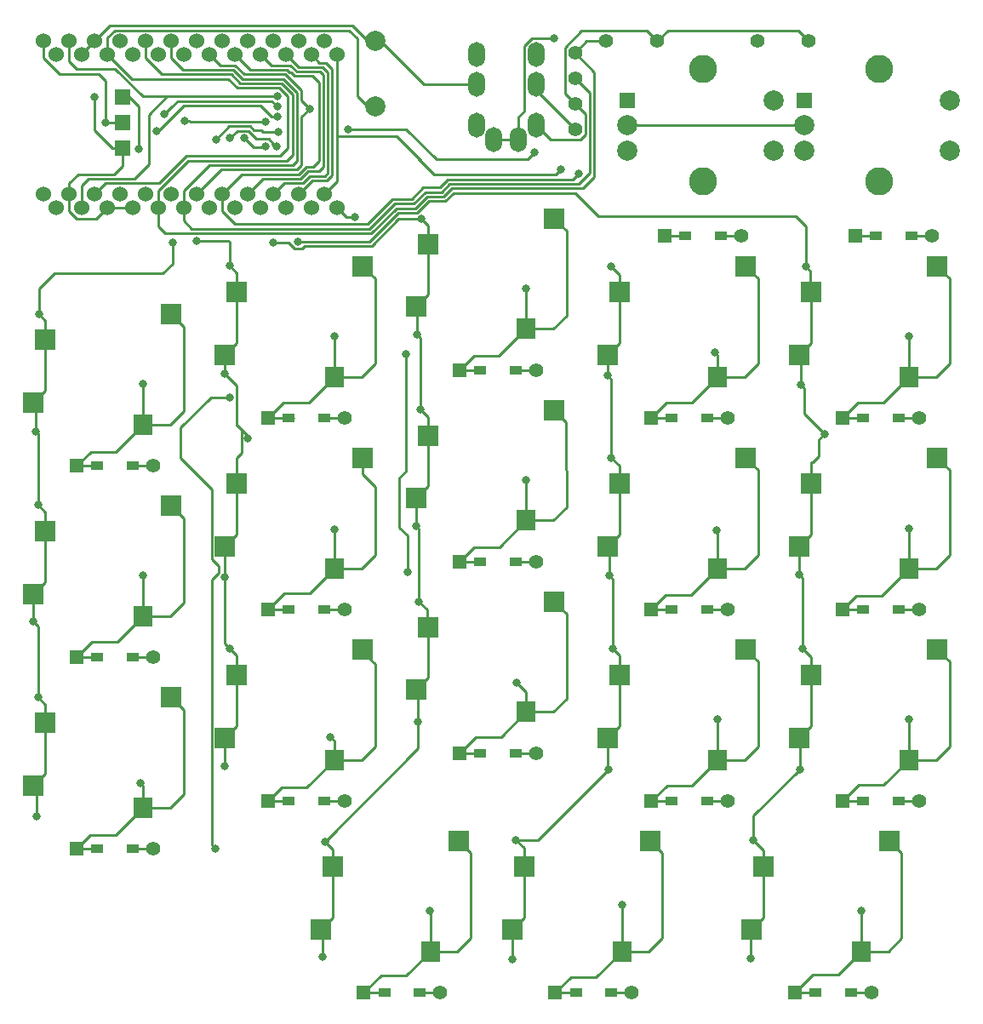
<source format=gbr>
G04 #@! TF.GenerationSoftware,KiCad,Pcbnew,(5.1.6-0-10_14)*
G04 #@! TF.CreationDate,2022-10-29T14:19:20+09:00*
G04 #@! TF.ProjectId,cool536v130,636f6f6c-3533-4367-9631-33302e6b6963,rev?*
G04 #@! TF.SameCoordinates,Original*
G04 #@! TF.FileFunction,Copper,L2,Bot*
G04 #@! TF.FilePolarity,Positive*
%FSLAX46Y46*%
G04 Gerber Fmt 4.6, Leading zero omitted, Abs format (unit mm)*
G04 Created by KiCad (PCBNEW (5.1.6-0-10_14)) date 2022-10-29 14:19:20*
%MOMM*%
%LPD*%
G01*
G04 APERTURE LIST*
G04 #@! TA.AperFunction,SMDPad,CuDef*
%ADD10R,2.000000X2.000000*%
G04 #@! TD*
G04 #@! TA.AperFunction,SMDPad,CuDef*
%ADD11R,1.900000X2.000000*%
G04 #@! TD*
G04 #@! TA.AperFunction,ComponentPad*
%ADD12C,2.000000*%
G04 #@! TD*
G04 #@! TA.AperFunction,SMDPad,CuDef*
%ADD13R,1.300000X0.950000*%
G04 #@! TD*
G04 #@! TA.AperFunction,ComponentPad*
%ADD14C,1.397000*%
G04 #@! TD*
G04 #@! TA.AperFunction,ComponentPad*
%ADD15R,1.397000X1.397000*%
G04 #@! TD*
G04 #@! TA.AperFunction,ComponentPad*
%ADD16O,1.700000X2.500000*%
G04 #@! TD*
G04 #@! TA.AperFunction,ComponentPad*
%ADD17C,1.524000*%
G04 #@! TD*
G04 #@! TA.AperFunction,ComponentPad*
%ADD18R,1.500000X1.500000*%
G04 #@! TD*
G04 #@! TA.AperFunction,ComponentPad*
%ADD19C,2.800000*%
G04 #@! TD*
G04 #@! TA.AperFunction,SMDPad,CuDef*
%ADD20R,1.524000X1.524000*%
G04 #@! TD*
G04 #@! TA.AperFunction,ViaPad*
%ADD21C,0.800000*%
G04 #@! TD*
G04 #@! TA.AperFunction,Conductor*
%ADD22C,0.250000*%
G04 #@! TD*
G04 APERTURE END LIST*
D10*
X93250000Y-91790000D03*
X80750000Y-94330000D03*
D11*
X90450000Y-102770000D03*
D10*
X79550000Y-100570000D03*
X41450000Y-91045000D03*
D11*
X52350000Y-93245000D03*
D10*
X42650000Y-84805000D03*
X55150000Y-82265000D03*
X89075000Y-124382500D03*
D11*
X99975000Y-126582500D03*
D10*
X90275000Y-118142500D03*
X102775000Y-115602500D03*
D12*
X75460000Y-36040000D03*
X75460000Y-42540000D03*
D10*
X74200000Y-77502500D03*
X61700000Y-80042500D03*
D11*
X71400000Y-88482500D03*
D10*
X60500000Y-86282500D03*
D13*
X70375000Y-73532499D03*
D14*
X72410000Y-73532499D03*
D15*
X64790000Y-73532499D03*
D13*
X66825000Y-73532499D03*
X122763000Y-130682500D03*
D14*
X124798000Y-130682500D03*
D15*
X117178000Y-130682500D03*
D13*
X119213000Y-130682500D03*
D14*
X111830000Y-55420000D03*
D15*
X104210000Y-55420000D03*
D13*
X106245000Y-55420000D03*
X109795000Y-55420000D03*
X127525000Y-73532499D03*
D14*
X129560000Y-73532499D03*
D15*
X121940000Y-73532499D03*
D13*
X123975000Y-73532499D03*
D16*
X87250000Y-45870000D03*
X91450000Y-44370000D03*
X91450000Y-40370000D03*
X91450000Y-37370000D03*
X85500000Y-40370000D03*
X85500000Y-37370000D03*
X89700000Y-45870000D03*
X85500000Y-44370000D03*
D10*
X60500000Y-105332500D03*
D11*
X71400000Y-107532500D03*
D10*
X61700000Y-99092500D03*
X74200000Y-96552500D03*
X112300000Y-96552500D03*
X99800000Y-99092500D03*
D11*
X109500000Y-107532500D03*
D10*
X98600000Y-105332500D03*
D14*
X95330000Y-44820000D03*
X95330000Y-42280000D03*
X95330000Y-39740000D03*
X95330000Y-37200000D03*
D17*
X43692000Y-37360000D03*
X46232000Y-37360000D03*
X48772000Y-37360000D03*
X51312000Y-37360000D03*
X53852000Y-37360000D03*
X56392000Y-37360000D03*
X58932000Y-37360000D03*
X61472000Y-37360000D03*
X64012000Y-37360000D03*
X66552000Y-37360000D03*
X69092000Y-37360000D03*
X71632000Y-37360000D03*
X71632000Y-52600000D03*
X69092000Y-52600000D03*
X66552000Y-52600000D03*
X64012000Y-52600000D03*
X61472000Y-52600000D03*
X58932000Y-52600000D03*
X56392000Y-52600000D03*
X53852000Y-52600000D03*
X51312000Y-52600000D03*
X48772000Y-52600000D03*
X46232000Y-52600000D03*
X43692000Y-52600000D03*
X42422000Y-36053600D03*
X44962000Y-36053600D03*
X47502000Y-36053600D03*
X50042000Y-36053600D03*
X52582000Y-36053600D03*
X55122000Y-36053600D03*
X57662000Y-36053600D03*
X60202000Y-36053600D03*
X62742000Y-36053600D03*
X65282000Y-36053600D03*
X67822000Y-36053600D03*
X70362000Y-36053600D03*
X70362000Y-51273600D03*
X67822000Y-51273600D03*
X65282000Y-51273600D03*
X62742000Y-51273600D03*
X60202000Y-51273600D03*
X57662000Y-51273600D03*
X55122000Y-51273600D03*
X52582000Y-51273600D03*
X50042000Y-51273600D03*
X47502000Y-51273600D03*
X44962000Y-51273600D03*
X42422000Y-51273600D03*
D13*
X51325000Y-78295000D03*
D14*
X53360000Y-78295000D03*
D15*
X45740000Y-78295000D03*
D13*
X47775000Y-78295000D03*
D10*
X126588000Y-115602500D03*
X114088000Y-118142500D03*
D11*
X123788000Y-126582500D03*
D10*
X112888000Y-124382500D03*
X131350000Y-58452499D03*
X118850000Y-60992499D03*
D11*
X128550000Y-69432499D03*
D10*
X117650000Y-67232499D03*
D18*
X100560000Y-41910000D03*
D12*
X100560000Y-44410000D03*
X100560000Y-46910000D03*
D19*
X108060000Y-38810000D03*
X108060000Y-50010000D03*
D12*
X115060000Y-41910000D03*
X115060000Y-46910000D03*
D10*
X98600000Y-67232499D03*
D11*
X109500000Y-69432499D03*
D10*
X99800000Y-60992499D03*
X112300000Y-58452499D03*
X41450000Y-71995000D03*
D11*
X52350000Y-74195000D03*
D10*
X42650000Y-65755000D03*
X55150000Y-63215000D03*
D13*
X98950000Y-130682500D03*
D14*
X100985000Y-130682500D03*
D15*
X93365000Y-130682500D03*
D13*
X95400000Y-130682500D03*
D10*
X112300000Y-77502500D03*
X99800000Y-80042500D03*
D11*
X109500000Y-88482500D03*
D10*
X98600000Y-86282500D03*
D13*
X89425000Y-87820000D03*
D14*
X91460000Y-87820000D03*
D15*
X83840000Y-87820000D03*
D13*
X85875000Y-87820000D03*
X79900000Y-130682500D03*
D14*
X81935000Y-130682500D03*
D15*
X74315000Y-130682500D03*
D13*
X76350000Y-130682500D03*
D10*
X60500000Y-67232499D03*
D11*
X71400000Y-69432499D03*
D10*
X61700000Y-60992499D03*
X74200000Y-58452499D03*
X55150000Y-101315000D03*
X42650000Y-103855000D03*
D11*
X52350000Y-112295000D03*
D10*
X41450000Y-110095000D03*
D13*
X127525000Y-111632500D03*
D14*
X129560000Y-111632500D03*
D15*
X121940000Y-111632500D03*
D13*
X123975000Y-111632500D03*
D10*
X93250000Y-72740000D03*
X80750000Y-75280000D03*
D11*
X90450000Y-83720000D03*
D10*
X79550000Y-81520000D03*
D13*
X108475000Y-111632500D03*
D14*
X110510000Y-111632500D03*
D15*
X102890000Y-111632500D03*
D13*
X104925000Y-111632500D03*
D18*
X118090000Y-41910000D03*
D12*
X118090000Y-44410000D03*
X118090000Y-46910000D03*
D19*
X125590000Y-38810000D03*
X125590000Y-50010000D03*
D12*
X132590000Y-41910000D03*
X132590000Y-46910000D03*
D10*
X131350000Y-77502500D03*
X118850000Y-80042500D03*
D11*
X128550000Y-88482500D03*
D10*
X117650000Y-86282500D03*
D13*
X70375000Y-92582500D03*
D14*
X72410000Y-92582500D03*
D15*
X64790000Y-92582500D03*
D13*
X66825000Y-92582500D03*
D10*
X70025000Y-124382500D03*
D11*
X80925000Y-126582500D03*
D10*
X71225000Y-118142500D03*
X83725000Y-115602500D03*
X131350000Y-96552500D03*
X118850000Y-99092500D03*
D11*
X128550000Y-107532500D03*
D10*
X117650000Y-105332500D03*
D13*
X51325000Y-116395000D03*
D14*
X53360000Y-116395000D03*
D15*
X45740000Y-116395000D03*
D13*
X47775000Y-116395000D03*
D20*
X50300000Y-46680000D03*
X50300000Y-44140000D03*
X50300000Y-41600000D03*
D13*
X89425000Y-68770000D03*
D14*
X91460000Y-68770000D03*
D15*
X83840000Y-68770000D03*
D13*
X85875000Y-68770000D03*
X108475000Y-73532499D03*
D14*
X110510000Y-73532499D03*
D15*
X102890000Y-73532499D03*
D13*
X104925000Y-73532499D03*
X51325000Y-97345000D03*
D14*
X53360000Y-97345000D03*
D15*
X45740000Y-97345000D03*
D13*
X47775000Y-97345000D03*
X70375000Y-111632500D03*
D14*
X72410000Y-111632500D03*
D15*
X64790000Y-111632500D03*
D13*
X66825000Y-111632500D03*
X89425000Y-106870000D03*
D14*
X91460000Y-106870000D03*
D15*
X83840000Y-106870000D03*
D13*
X85875000Y-106870000D03*
D10*
X79550000Y-62470000D03*
D11*
X90450000Y-64670000D03*
D10*
X80750000Y-56230000D03*
X93250000Y-53690000D03*
D13*
X108475000Y-92582500D03*
D14*
X110510000Y-92582500D03*
D15*
X102890000Y-92582500D03*
D13*
X104925000Y-92582500D03*
X127525000Y-92582500D03*
D14*
X129560000Y-92582500D03*
D15*
X121940000Y-92582500D03*
D13*
X123975000Y-92582500D03*
D14*
X130870000Y-55400000D03*
D15*
X123250000Y-55400000D03*
D13*
X125285000Y-55400000D03*
X128835000Y-55400000D03*
D14*
X98440000Y-36050000D03*
X103520000Y-36050000D03*
X118550000Y-36040000D03*
X113470000Y-36040000D03*
D21*
X52350001Y-70169999D03*
X71387498Y-65407498D03*
X90475001Y-60644999D03*
X109240000Y-67020000D03*
X128577498Y-65407498D03*
X52309999Y-89219999D03*
X71400000Y-84650000D03*
X90474999Y-79694999D03*
X109425000Y-84695000D03*
X128550000Y-84490000D03*
X52101999Y-109841999D03*
X70995749Y-105235749D03*
X89515000Y-99815000D03*
X109467499Y-103507499D03*
X128527499Y-103507499D03*
X80917499Y-122557499D03*
X99987501Y-121957501D03*
X123767499Y-122557499D03*
X73450000Y-53534990D03*
X78643501Y-88843501D03*
X78500000Y-67200000D03*
X60970000Y-71460000D03*
X59525000Y-116395000D03*
X95667158Y-49202842D03*
X65700102Y-43535359D03*
X51940000Y-46730000D03*
X53700000Y-44970000D03*
X47520000Y-41600000D03*
X65745552Y-41536497D03*
X48600000Y-44170000D03*
X93270000Y-35760000D03*
X72770000Y-44780000D03*
X91280000Y-47094980D03*
X64520000Y-44020000D03*
X56490000Y-43990000D03*
X59590000Y-45800000D03*
X65835858Y-45054142D03*
X55300000Y-56060000D03*
X54470000Y-43266990D03*
X41940000Y-101330000D03*
X41390000Y-93730000D03*
X41700000Y-74880000D03*
X41900000Y-82150000D03*
X42000000Y-63210000D03*
X41730000Y-113190000D03*
X65697833Y-42535360D03*
X65630000Y-46540000D03*
X60990000Y-45695000D03*
X62380000Y-45695000D03*
X64520000Y-46500000D03*
X60490000Y-69080000D03*
X62780000Y-75530000D03*
X60950000Y-58380000D03*
X57710000Y-55885010D03*
X60510000Y-108180000D03*
X60980000Y-96430000D03*
X68910000Y-42780000D03*
X60510000Y-89360000D03*
X65280000Y-56100000D03*
X79810000Y-91790000D03*
X70220000Y-127080000D03*
X79550000Y-84250000D03*
X70450000Y-115660000D03*
X79700000Y-103740000D03*
X80070000Y-53740000D03*
X79910000Y-72670000D03*
X79610000Y-65240000D03*
X117750000Y-70210000D03*
X67790000Y-55960000D03*
X117620000Y-89120000D03*
X113070000Y-115480000D03*
X117670000Y-108450000D03*
X118262499Y-58452499D03*
X117960000Y-96450000D03*
X112830000Y-127280000D03*
X120140000Y-75100000D03*
X89050000Y-127360000D03*
X98900000Y-58420000D03*
X98590000Y-69330000D03*
X98640000Y-108520000D03*
X98952500Y-77502500D03*
X98710000Y-89200000D03*
X93905000Y-48815000D03*
X89470000Y-115510000D03*
X99100000Y-96470000D03*
D22*
X52350000Y-74195000D02*
X49665000Y-76880000D01*
X47155000Y-76880000D02*
X45740000Y-78295000D01*
X49665000Y-76880000D02*
X47155000Y-76880000D01*
X45740000Y-78295000D02*
X47775000Y-78295000D01*
X52350001Y-72944999D02*
X52350001Y-70169999D01*
X55051002Y-74195000D02*
X56375001Y-72871001D01*
X56375001Y-72871001D02*
X56375001Y-64440001D01*
X52350000Y-74195000D02*
X52350001Y-72944999D01*
X52350000Y-74195000D02*
X55051002Y-74195000D01*
X56375001Y-64440001D02*
X55150000Y-63215000D01*
X64790000Y-73532499D02*
X67337501Y-73532499D01*
X71400000Y-65420000D02*
X71387498Y-65407498D01*
X71400000Y-69432499D02*
X68862499Y-71970000D01*
X74200000Y-58452499D02*
X75425001Y-59677500D01*
X71400000Y-69432499D02*
X71400000Y-65420000D01*
X75425001Y-59677500D02*
X75425001Y-68108500D01*
X75425001Y-68108500D02*
X74101002Y-69432499D01*
X74101002Y-69432499D02*
X71400000Y-69432499D01*
X68862499Y-71970000D02*
X66352499Y-71970000D01*
X66352499Y-71970000D02*
X64790000Y-73532499D01*
X87760000Y-67360000D02*
X85250000Y-67360000D01*
X90450000Y-60670000D02*
X90475001Y-60644999D01*
X93151002Y-64670000D02*
X90450000Y-64670000D01*
X93250000Y-53690000D02*
X94475001Y-54915001D01*
X83840000Y-68770000D02*
X85875000Y-68770000D01*
X94475001Y-54915001D02*
X94475001Y-63346001D01*
X90450000Y-64670000D02*
X87760000Y-67360000D01*
X94475001Y-63346001D02*
X93151002Y-64670000D01*
X90450000Y-64670000D02*
X90450000Y-60670000D01*
X85250000Y-67360000D02*
X83840000Y-68770000D01*
X109500000Y-69432499D02*
X109500000Y-67280000D01*
X106942499Y-71990000D02*
X104432499Y-71990000D01*
X112300000Y-58452499D02*
X113525001Y-59677500D01*
X112201002Y-69432499D02*
X109500000Y-69432499D01*
X104432499Y-71990000D02*
X102890000Y-73532499D01*
X109500000Y-69432499D02*
X106942499Y-71990000D01*
X109500000Y-67280000D02*
X109240000Y-67020000D01*
X113525001Y-68108500D02*
X112201002Y-69432499D01*
X102890000Y-73532499D02*
X104925000Y-73532499D01*
X113525001Y-59677500D02*
X113525001Y-68108500D01*
X125972499Y-72010000D02*
X123462499Y-72010000D01*
X131350000Y-58452499D02*
X132575001Y-59677500D01*
X131251002Y-69432499D02*
X128550000Y-69432499D01*
X132575001Y-59677500D02*
X132575001Y-68108500D01*
X121940000Y-73532499D02*
X123975000Y-73532499D01*
X132575001Y-68108500D02*
X131251002Y-69432499D01*
X123462499Y-72010000D02*
X121940000Y-73532499D01*
X128550000Y-69432499D02*
X125972499Y-72010000D01*
X128550000Y-65434996D02*
X128577498Y-65407498D01*
X128550000Y-69432499D02*
X128550000Y-65434996D01*
X49775000Y-95820000D02*
X47265000Y-95820000D01*
X55051002Y-93245000D02*
X52350000Y-93245000D01*
X56375001Y-91921001D02*
X55051002Y-93245000D01*
X52350000Y-89260000D02*
X52309999Y-89219999D01*
X45740000Y-97345000D02*
X47775000Y-97345000D01*
X47265000Y-95820000D02*
X45740000Y-97345000D01*
X55150000Y-82265000D02*
X56375001Y-83490001D01*
X52350000Y-93245000D02*
X52350000Y-89260000D01*
X52350000Y-93245000D02*
X49775000Y-95820000D01*
X56375001Y-83490001D02*
X56375001Y-91921001D01*
X74101002Y-88482500D02*
X71400000Y-88482500D01*
X74200000Y-79131498D02*
X75425001Y-80356499D01*
X75425001Y-80356499D02*
X75425001Y-87158501D01*
X75425001Y-87158501D02*
X74101002Y-88482500D01*
X71400000Y-88482500D02*
X68902500Y-90980000D01*
X68902500Y-90980000D02*
X66392500Y-90980000D01*
X66392500Y-90980000D02*
X64790000Y-92582500D01*
X74200000Y-77502500D02*
X74200000Y-79131498D01*
X64790000Y-92582500D02*
X66825000Y-92582500D01*
X71400000Y-88482500D02*
X71400000Y-84650000D01*
X90450000Y-83720000D02*
X90450000Y-79719998D01*
X90450000Y-79719998D02*
X90474999Y-79694999D01*
X93250000Y-72740000D02*
X94425001Y-73915001D01*
X94425001Y-73915001D02*
X94425001Y-78704999D01*
X94475001Y-78754999D02*
X94475001Y-82396001D01*
X94425001Y-78704999D02*
X94475001Y-78754999D01*
X94475001Y-82396001D02*
X93151002Y-83720000D01*
X93151002Y-83720000D02*
X90450000Y-83720000D01*
X90450000Y-83720000D02*
X87780000Y-86390000D01*
X83840000Y-87820000D02*
X85875000Y-87820000D01*
X85270000Y-86390000D02*
X83840000Y-87820000D01*
X87780000Y-86390000D02*
X85270000Y-86390000D01*
X102890000Y-92582500D02*
X104925000Y-92582500D01*
X109500000Y-88482500D02*
X106842500Y-91140000D01*
X109500000Y-88482500D02*
X109500000Y-84770000D01*
X104332500Y-91140000D02*
X102890000Y-92582500D01*
X113525001Y-87158501D02*
X112201002Y-88482500D01*
X112300000Y-77502500D02*
X113525001Y-78727501D01*
X113525001Y-78727501D02*
X113525001Y-87158501D01*
X112201002Y-88482500D02*
X109500000Y-88482500D01*
X109500000Y-84770000D02*
X109425000Y-84695000D01*
X106842500Y-91140000D02*
X104332500Y-91140000D01*
X123332500Y-91190000D02*
X121940000Y-92582500D01*
X128550000Y-88482500D02*
X128550000Y-84490000D01*
X125842500Y-91190000D02*
X123332500Y-91190000D01*
X132575001Y-78727501D02*
X132575001Y-87158501D01*
X131251002Y-88482500D02*
X128550000Y-88482500D01*
X131350000Y-77502500D02*
X132575001Y-78727501D01*
X132575001Y-87158501D02*
X131251002Y-88482500D01*
X128550000Y-88482500D02*
X125842500Y-91190000D01*
X121940000Y-92582500D02*
X123975000Y-92582500D01*
X55051002Y-112295000D02*
X52350000Y-112295000D01*
X52350000Y-112295000D02*
X49595000Y-115050000D01*
X56375001Y-110971001D02*
X55051002Y-112295000D01*
X45740000Y-116395000D02*
X47775000Y-116395000D01*
X49595000Y-115050000D02*
X47085000Y-115050000D01*
X56375001Y-102540001D02*
X56375001Y-110971001D01*
X52350000Y-112295000D02*
X52350000Y-110090000D01*
X52350000Y-110090000D02*
X52101999Y-109841999D01*
X55150000Y-101315000D02*
X56375001Y-102540001D01*
X47085000Y-115050000D02*
X45740000Y-116395000D01*
X75425001Y-98015001D02*
X75425001Y-106208501D01*
X74200000Y-96552500D02*
X74200000Y-96790000D01*
X75425001Y-106208501D02*
X74101002Y-107532500D01*
X64790000Y-111632500D02*
X66825000Y-111632500D01*
X74200000Y-96790000D02*
X75425001Y-98015001D01*
X74101002Y-107532500D02*
X71400000Y-107532500D01*
X71400000Y-107532500D02*
X68642500Y-110290000D01*
X68642500Y-110290000D02*
X66132500Y-110290000D01*
X66132500Y-110290000D02*
X64790000Y-111632500D01*
X71400000Y-105640000D02*
X70995749Y-105235749D01*
X71400000Y-107532500D02*
X71400000Y-105640000D01*
X93151002Y-102770000D02*
X90450000Y-102770000D01*
X93250000Y-91790000D02*
X94475001Y-93015001D01*
X90450000Y-100750000D02*
X89515000Y-99815000D01*
X90450000Y-102770000D02*
X90450000Y-100750000D01*
X94475001Y-93015001D02*
X94475001Y-101446001D01*
X85450000Y-105260000D02*
X83840000Y-106870000D01*
X90450000Y-102770000D02*
X87960000Y-105260000D01*
X83840000Y-106870000D02*
X85875000Y-106870000D01*
X87960000Y-105260000D02*
X85450000Y-105260000D01*
X94475001Y-101446001D02*
X93151002Y-102770000D01*
X109500000Y-107532500D02*
X109500000Y-103540000D01*
X109500000Y-103540000D02*
X109467499Y-103507499D01*
X102890000Y-111632500D02*
X104925000Y-111632500D01*
X109500000Y-107532500D02*
X106972500Y-110060000D01*
X112201002Y-107532500D02*
X109500000Y-107532500D01*
X112300000Y-96552500D02*
X113525001Y-97777501D01*
X113525001Y-106208501D02*
X112201002Y-107532500D01*
X113525001Y-97777501D02*
X113525001Y-106208501D01*
X104462500Y-110060000D02*
X102890000Y-111632500D01*
X106972500Y-110060000D02*
X104462500Y-110060000D01*
X128550000Y-107532500D02*
X128550000Y-103530000D01*
X128550000Y-103530000D02*
X128527499Y-103507499D01*
X128550000Y-107532500D02*
X126042500Y-110040000D01*
X121940000Y-111632500D02*
X123975000Y-111632500D01*
X123532500Y-110040000D02*
X121940000Y-111632500D01*
X132575001Y-97777501D02*
X132575001Y-106208501D01*
X132575001Y-106208501D02*
X131251002Y-107532500D01*
X126042500Y-110040000D02*
X123532500Y-110040000D01*
X131350000Y-96552500D02*
X132575001Y-97777501D01*
X131251002Y-107532500D02*
X128550000Y-107532500D01*
X80925000Y-126582500D02*
X80925000Y-122565000D01*
X80925000Y-122565000D02*
X80917499Y-122557499D01*
X80925000Y-126582500D02*
X78547500Y-128960000D01*
X78547500Y-128960000D02*
X76037500Y-128960000D01*
X83725000Y-115602500D02*
X84950001Y-116827501D01*
X83626002Y-126582500D02*
X80925000Y-126582500D01*
X84950001Y-125258501D02*
X83626002Y-126582500D01*
X84950001Y-116827501D02*
X84950001Y-125258501D01*
X74315000Y-130682500D02*
X76350000Y-130682500D01*
X76037500Y-128960000D02*
X74315000Y-130682500D01*
X99975000Y-121970002D02*
X99987501Y-121957501D01*
X99975000Y-126582500D02*
X99975000Y-121970002D01*
X94907500Y-129140000D02*
X93365000Y-130682500D01*
X99975000Y-126582500D02*
X97417500Y-129140000D01*
X97417500Y-129140000D02*
X94907500Y-129140000D01*
X102676002Y-126582500D02*
X99975000Y-126582500D01*
X104000001Y-116827501D02*
X104000001Y-125258501D01*
X104000001Y-125258501D02*
X102676002Y-126582500D01*
X102775000Y-115602500D02*
X104000001Y-116827501D01*
X93365000Y-130682500D02*
X95400000Y-130682500D01*
X123788000Y-126582500D02*
X121510500Y-128860000D01*
X127813001Y-116827501D02*
X127813001Y-125258501D01*
X127813001Y-125258501D02*
X126489002Y-126582500D01*
X126588000Y-115602500D02*
X127813001Y-116827501D01*
X126489002Y-126582500D02*
X123788000Y-126582500D01*
X123788000Y-122578000D02*
X123767499Y-122557499D01*
X123788000Y-126582500D02*
X123788000Y-122578000D01*
X121510500Y-128860000D02*
X119000500Y-128860000D01*
X119000500Y-128860000D02*
X117178000Y-130682500D01*
X117178000Y-130682500D02*
X119213000Y-130682500D01*
X106245000Y-55420000D02*
X104210000Y-55420000D01*
X125285000Y-55400000D02*
X123250000Y-55400000D01*
X75460000Y-42540000D02*
X74670000Y-42540000D01*
X48772000Y-35714838D02*
X48772000Y-37360000D01*
X49520239Y-34966599D02*
X48772000Y-35714838D01*
X60847031Y-39797031D02*
X51209030Y-39797030D01*
X66761920Y-41527560D02*
X65931409Y-40697049D01*
X53963829Y-50186599D02*
X56663889Y-47486539D01*
X47502000Y-51273600D02*
X48589001Y-50186599D01*
X48589001Y-50186599D02*
X53963829Y-50186599D01*
X66761920Y-46718080D02*
X66761920Y-41527560D01*
X56663889Y-47486539D02*
X65993461Y-47486539D01*
X61747049Y-40697049D02*
X60847031Y-39797031D01*
X65931409Y-40697049D02*
X61747049Y-40697049D01*
X51209030Y-39797030D02*
X48772000Y-37360000D01*
X65993461Y-47486539D02*
X66761920Y-46718080D01*
X72836599Y-34966599D02*
X49520239Y-34966599D01*
X73660000Y-41530000D02*
X73660000Y-35790000D01*
X73660000Y-35790000D02*
X72836599Y-34966599D01*
X74670000Y-42540000D02*
X73660000Y-41530000D01*
X89425000Y-68770000D02*
X91460000Y-68770000D01*
X108475000Y-73532499D02*
X110510000Y-73532499D01*
X70375000Y-73532499D02*
X72410000Y-73532499D01*
X127525000Y-73532499D02*
X129560000Y-73532499D01*
X73425010Y-53510000D02*
X73450000Y-53534990D01*
X72542000Y-53510000D02*
X73425010Y-53510000D01*
X51325000Y-78295000D02*
X53360000Y-78295000D01*
X71632000Y-52600000D02*
X72542000Y-53510000D01*
X51325000Y-97345000D02*
X53360000Y-97345000D01*
X78500000Y-78850000D02*
X77860000Y-79490000D01*
X77860000Y-79490000D02*
X77860000Y-84450000D01*
X127525000Y-92582500D02*
X129560000Y-92582500D01*
X70375000Y-92582500D02*
X72410000Y-92582500D01*
X108475000Y-92582500D02*
X110510000Y-92582500D01*
X89425000Y-87820000D02*
X91460000Y-87820000D01*
X78500000Y-67200000D02*
X78500000Y-78850000D01*
X77860000Y-84450000D02*
X78643501Y-85233501D01*
X78643501Y-85233501D02*
X78643501Y-88843501D01*
X70281970Y-48558030D02*
X70281970Y-39371970D01*
X68047001Y-49736589D02*
X68773600Y-49009990D01*
X70281970Y-39371970D02*
X69990009Y-39080009D01*
X68773600Y-49009990D02*
X69830010Y-49009990D01*
X69990009Y-39080009D02*
X67635598Y-39080008D01*
X67635598Y-39080008D02*
X67002591Y-38447001D01*
X64279011Y-49736589D02*
X68047001Y-49736589D01*
X67002591Y-38447001D02*
X65099001Y-38447001D01*
X62742000Y-51273600D02*
X64279011Y-49736589D01*
X65099001Y-38447001D02*
X64012000Y-37360000D01*
X69830010Y-49009990D02*
X70281970Y-48558030D01*
X59174999Y-89621999D02*
X59860000Y-88936998D01*
X108475000Y-111632500D02*
X110510000Y-111632500D01*
X59860000Y-88936998D02*
X59860000Y-88227502D01*
X59860000Y-88227502D02*
X59174999Y-87542501D01*
X59174999Y-116044999D02*
X59174999Y-89621999D01*
X59525000Y-116395000D02*
X59174999Y-116044999D01*
X59174999Y-87542501D02*
X59174999Y-80634999D01*
X59174999Y-80634999D02*
X56050000Y-77510000D01*
X59080000Y-71460000D02*
X60970000Y-71460000D01*
X56050000Y-77510000D02*
X56050000Y-74490000D01*
X56050000Y-74490000D02*
X59080000Y-71460000D01*
X89425000Y-106870000D02*
X91460000Y-106870000D01*
X51325000Y-116395000D02*
X53360000Y-116395000D01*
X70375000Y-111632500D02*
X72410000Y-111632500D01*
X127525000Y-111632500D02*
X129560000Y-111632500D01*
X60202000Y-51273600D02*
X60202000Y-52938762D01*
X77192210Y-51761380D02*
X79066388Y-51761380D01*
X74693600Y-54259990D02*
X77192210Y-51761380D01*
X61523228Y-54259990D02*
X74693600Y-54259990D01*
X60202000Y-52938762D02*
X61523228Y-54259990D01*
X98950000Y-130682500D02*
X100985000Y-130682500D01*
X95078620Y-49791380D02*
X95667158Y-49202842D01*
X82672210Y-49791380D02*
X95078620Y-49791380D01*
X81873590Y-50590000D02*
X82672210Y-49791380D01*
X80237768Y-50590000D02*
X81873590Y-50590000D01*
X79066388Y-51761380D02*
X80237768Y-50590000D01*
X69831960Y-47988040D02*
X69831960Y-40181960D01*
X67069180Y-39150000D02*
X66930000Y-39150000D01*
X68587200Y-48559980D02*
X69260020Y-48559980D01*
X69831960Y-40181960D02*
X69180018Y-39530018D01*
X111830000Y-55420000D02*
X109795000Y-55420000D01*
X67860601Y-49286579D02*
X68587200Y-48559980D01*
X63009011Y-38897011D02*
X61472000Y-37360000D01*
X60202000Y-51273600D02*
X62189021Y-49286579D01*
X122763000Y-130682500D02*
X124798000Y-130682500D01*
X69260020Y-48559980D02*
X69831960Y-47988040D01*
X130870000Y-55400000D02*
X128835000Y-55400000D01*
X67449197Y-39530017D02*
X67069180Y-39150000D01*
X69180018Y-39530018D02*
X67449197Y-39530017D01*
X79900000Y-130682500D02*
X81935000Y-130682500D01*
X66677011Y-38897011D02*
X63009011Y-38897011D01*
X62189021Y-49286579D02*
X67860601Y-49286579D01*
X66930000Y-39150000D02*
X66677011Y-38897011D01*
X87250000Y-45870000D02*
X89700000Y-45870000D01*
X85575010Y-44294990D02*
X85500000Y-44370000D01*
X92923501Y-45843501D02*
X91450000Y-44370000D01*
X95821281Y-45843501D02*
X92923501Y-45843501D01*
X53700000Y-44970000D02*
X53839992Y-44970000D01*
X53839992Y-44970000D02*
X56373475Y-42436517D01*
X50970000Y-41600000D02*
X51940000Y-42570000D01*
X64035575Y-42436517D02*
X65134417Y-43535359D01*
X56373475Y-42436517D02*
X64035575Y-42436517D01*
X51940000Y-42570000D02*
X51940000Y-46730000D01*
X65134417Y-43535359D02*
X65700102Y-43535359D01*
X50300000Y-41600000D02*
X50970000Y-41600000D01*
X96353501Y-43303501D02*
X96353501Y-45311281D01*
X96353501Y-45311281D02*
X95821281Y-45843501D01*
X95330000Y-42280000D02*
X96353501Y-43303501D01*
X117526499Y-35016499D02*
X104553501Y-35016499D01*
X104553501Y-35016499D02*
X103520000Y-36050000D01*
X118550000Y-36040000D02*
X117526499Y-35016499D01*
X94306499Y-41256499D02*
X95330000Y-42280000D01*
X95988719Y-35026499D02*
X94306499Y-36708719D01*
X102496499Y-35026499D02*
X95988719Y-35026499D01*
X94306499Y-36708719D02*
X94306499Y-41256499D01*
X103520000Y-36050000D02*
X102496499Y-35026499D01*
X91450000Y-40940000D02*
X95330000Y-44820000D01*
X75940000Y-36040000D02*
X75460000Y-36040000D01*
X80270000Y-40370000D02*
X75940000Y-36040000D01*
X91450000Y-40370000D02*
X91450000Y-40940000D01*
X73206590Y-34516590D02*
X74730000Y-36040000D01*
X85500000Y-40370000D02*
X80270000Y-40370000D01*
X74730000Y-36040000D02*
X75460000Y-36040000D01*
X44962000Y-50195970D02*
X44962000Y-51273600D01*
X47520000Y-44912000D02*
X47520000Y-41600000D01*
X47684999Y-53687001D02*
X48772000Y-52600000D01*
X48772000Y-52600000D02*
X51312000Y-52600000D01*
X50300000Y-46680000D02*
X50300000Y-48466579D01*
X47502000Y-36053600D02*
X49039010Y-34516590D01*
X46232000Y-37360000D02*
X46232000Y-37323600D01*
X49480000Y-49286579D02*
X45871391Y-49286579D01*
X44962000Y-52938762D02*
X45710239Y-53687001D01*
X45871391Y-49286579D02*
X44962000Y-50195970D01*
X50300000Y-46680000D02*
X49288000Y-46680000D01*
X73016590Y-34516590D02*
X73206590Y-34516590D01*
X118090000Y-44410000D02*
X100560000Y-44410000D01*
X44962000Y-51273600D02*
X44962000Y-52938762D01*
X46232000Y-37323600D02*
X47502000Y-36053600D01*
X49288000Y-46680000D02*
X47520000Y-44912000D01*
X45710239Y-53687001D02*
X47684999Y-53687001D01*
X50300000Y-48466579D02*
X49480000Y-49286579D01*
X49039010Y-34516590D02*
X73016590Y-34516590D01*
X49565590Y-38790000D02*
X52312087Y-41536497D01*
X46232000Y-52600000D02*
X46232000Y-50438000D01*
X44962000Y-38032000D02*
X44962000Y-36053600D01*
X52312087Y-41536497D02*
X55663503Y-41536497D01*
X45720000Y-38790000D02*
X49565590Y-38790000D01*
X55663503Y-41536497D02*
X54753503Y-41536497D01*
X45720000Y-38790000D02*
X44962000Y-38032000D01*
X65745552Y-41536497D02*
X55663503Y-41536497D01*
X52930000Y-48280000D02*
X52930000Y-43360000D01*
X52930000Y-43360000D02*
X54753503Y-41536497D01*
X51473411Y-49736589D02*
X52930000Y-48280000D01*
X46933411Y-49736589D02*
X51473411Y-49736589D01*
X46232000Y-50438000D02*
X46933411Y-49736589D01*
X50270000Y-44170000D02*
X50300000Y-44140000D01*
X48600000Y-44170000D02*
X50270000Y-44170000D01*
X42422000Y-37698762D02*
X44073238Y-39350000D01*
X42422000Y-36053600D02*
X42422000Y-37698762D01*
X44073238Y-39350000D02*
X47930000Y-39350000D01*
X48600000Y-40020000D02*
X48600000Y-44170000D01*
X47930000Y-39350000D02*
X48600000Y-40020000D01*
X80414198Y-51049980D02*
X82050020Y-51049980D01*
X77378610Y-52211390D02*
X79252788Y-52211390D01*
X95708610Y-50241390D02*
X96803511Y-49146489D01*
X56392000Y-50934838D02*
X56392000Y-52600000D01*
X82050020Y-51049980D02*
X82858610Y-50241390D01*
X67233441Y-48386559D02*
X58940279Y-48386559D01*
X67661940Y-41154760D02*
X67661940Y-47958060D01*
X56392000Y-52600000D02*
X56392000Y-53902000D01*
X55921619Y-38498381D02*
X55304999Y-37881761D01*
X55921619Y-38498381D02*
X56320249Y-38897011D01*
X96803511Y-41213511D02*
X95330000Y-39740000D01*
X67661940Y-47958060D02*
X67233441Y-48386559D01*
X55122000Y-37698762D02*
X55921619Y-38498381D01*
X79252788Y-52211390D02*
X80414198Y-51049980D01*
X74880000Y-54710000D02*
X77378610Y-52211390D01*
X82858610Y-50241390D02*
X95708610Y-50241390D01*
X56392000Y-53902000D02*
X57200000Y-54710000D01*
X57200000Y-54710000D02*
X74880000Y-54710000D01*
X96803511Y-49146489D02*
X96803511Y-41213511D01*
X62210620Y-39797030D02*
X66304211Y-39797031D01*
X66304211Y-39797031D02*
X67661940Y-41154760D01*
X58940279Y-48386559D02*
X56392000Y-50934838D01*
X56320249Y-38897011D02*
X61310601Y-38897011D01*
X61310601Y-38897011D02*
X62210620Y-39797030D01*
X55122000Y-36053600D02*
X55122000Y-37698762D01*
X53852000Y-52600000D02*
X53852000Y-54462000D01*
X79439188Y-52661400D02*
X80600598Y-51499990D01*
X96138600Y-50691400D02*
X97253520Y-49576480D01*
X62024219Y-40247039D02*
X61124201Y-39347021D01*
X54550010Y-55160010D02*
X75066400Y-55160010D01*
X80600598Y-51499990D02*
X82236420Y-51499990D01*
X67211930Y-41341160D02*
X66117810Y-40247040D01*
X67211930Y-47378070D02*
X67211930Y-41341160D01*
X52582000Y-37698762D02*
X52582000Y-36053600D01*
X54230259Y-39347021D02*
X52582000Y-37698762D01*
X53852000Y-50934838D02*
X56850289Y-47936549D01*
X53852000Y-52600000D02*
X53852000Y-50934838D01*
X53852000Y-54462000D02*
X54550010Y-55160010D01*
X97253521Y-39123521D02*
X95330000Y-37200000D01*
X82236420Y-51499990D02*
X83045010Y-50691400D01*
X83045010Y-50691400D02*
X96138600Y-50691400D01*
X66653451Y-47936549D02*
X67211930Y-47378070D01*
X66117810Y-40247040D02*
X62024219Y-40247039D01*
X97253520Y-49576480D02*
X97253521Y-39123521D01*
X56850289Y-47936549D02*
X66653451Y-47936549D01*
X77565010Y-52661400D02*
X79439188Y-52661400D01*
X61124201Y-39347021D02*
X54230259Y-39347021D01*
X75066400Y-55160010D02*
X77565010Y-52661400D01*
X96480000Y-36050000D02*
X95330000Y-37200000D01*
X98440000Y-36050000D02*
X96480000Y-36050000D01*
X90998285Y-35760000D02*
X93270000Y-35760000D01*
X90274990Y-36483295D02*
X90998285Y-35760000D01*
X90275001Y-42125999D02*
X90274990Y-42125988D01*
X89700000Y-43589002D02*
X90275001Y-43014001D01*
X90275001Y-43014001D02*
X90275001Y-42125999D01*
X90274990Y-42125988D02*
X90274990Y-36483295D01*
X89700000Y-45870000D02*
X89700000Y-43589002D01*
X56490000Y-43990000D02*
X56990000Y-43990000D01*
X78540000Y-44780000D02*
X81530000Y-47770000D01*
X91280000Y-47094980D02*
X90604980Y-47770000D01*
X72770000Y-44780000D02*
X78540000Y-44780000D01*
X64520000Y-44020000D02*
X57020000Y-44020000D01*
X90604980Y-47770000D02*
X81530000Y-47770000D01*
X56990000Y-43990000D02*
X57020000Y-44020000D01*
X60870010Y-44519990D02*
X59590000Y-45800000D01*
X63026402Y-44519990D02*
X60870010Y-44519990D01*
X65835858Y-45054142D02*
X64305858Y-45054142D01*
X63386412Y-44880000D02*
X63026402Y-44519990D01*
X64305858Y-45054142D02*
X64131716Y-44880000D01*
X64131716Y-44880000D02*
X63386412Y-44880000D01*
X41730000Y-110375000D02*
X41450000Y-110095000D01*
X41450000Y-93670000D02*
X41390000Y-93730000D01*
X55300000Y-58190000D02*
X55300000Y-56060000D01*
X65148980Y-41986507D02*
X55816507Y-41986507D01*
X55259519Y-42543495D02*
X55816507Y-41986507D01*
X42000000Y-60670000D02*
X43510000Y-59160000D01*
X41940000Y-101330000D02*
X41940000Y-94280000D01*
X55193495Y-42543495D02*
X54470000Y-43266990D01*
X41450000Y-91045000D02*
X41450000Y-93670000D01*
X41940000Y-94280000D02*
X41390000Y-93730000D01*
X65697833Y-42535360D02*
X65148980Y-41986507D01*
X41730000Y-113190000D02*
X41730000Y-110375000D01*
X42650000Y-82900000D02*
X41900000Y-82150000D01*
X54330000Y-59160000D02*
X55300000Y-58190000D01*
X55193495Y-42543495D02*
X55259519Y-42543495D01*
X42650000Y-84805000D02*
X42650000Y-82900000D01*
X41900000Y-82150000D02*
X41900000Y-75080000D01*
X41900000Y-75080000D02*
X41700000Y-74880000D01*
X42000000Y-63210000D02*
X42650000Y-63860000D01*
X42650000Y-89845000D02*
X41450000Y-91045000D01*
X42650000Y-63860000D02*
X42650000Y-65755000D01*
X43510000Y-59160000D02*
X54330000Y-59160000D01*
X41700000Y-72245000D02*
X41450000Y-71995000D01*
X42650000Y-108895000D02*
X41450000Y-110095000D01*
X41940000Y-101330000D02*
X42650000Y-102040000D01*
X42650000Y-102040000D02*
X42650000Y-103855000D01*
X42000000Y-63210000D02*
X42000000Y-60670000D01*
X42650000Y-65755000D02*
X42650000Y-70795000D01*
X42650000Y-84805000D02*
X42650000Y-89845000D01*
X41700000Y-74880000D02*
X41700000Y-72245000D01*
X42650000Y-70795000D02*
X41450000Y-71995000D01*
X42650000Y-103855000D02*
X42650000Y-108895000D01*
X62840001Y-44969999D02*
X61715001Y-44969999D01*
X65245001Y-46325001D02*
X65245001Y-46151999D01*
X63645001Y-45774999D02*
X62840001Y-44969999D01*
X64868001Y-45774999D02*
X63645001Y-45774999D01*
X65245001Y-46151999D02*
X64868001Y-45774999D01*
X65630000Y-46540000D02*
X65460000Y-46540000D01*
X61715001Y-44969999D02*
X60990000Y-45695000D01*
X65460000Y-46540000D02*
X65245001Y-46325001D01*
X64390000Y-46630000D02*
X64520000Y-46500000D01*
X63315000Y-46630000D02*
X64390000Y-46630000D01*
X62380000Y-45695000D02*
X63315000Y-46630000D01*
X61695001Y-77495001D02*
X61695001Y-77484999D01*
X61695001Y-70285001D02*
X61695001Y-74255001D01*
X60500000Y-69070000D02*
X60490000Y-69080000D01*
X61700000Y-85082500D02*
X60500000Y-86282500D01*
X61695001Y-74255001D02*
X61725001Y-74255001D01*
X62205000Y-76975000D02*
X62205000Y-74735000D01*
X61700000Y-78120000D02*
X61700000Y-80042500D01*
X61695001Y-77495001D02*
X61695001Y-78115001D01*
X61695001Y-78115001D02*
X61700000Y-78120000D01*
X62780000Y-75310000D02*
X62780000Y-75530000D01*
X62205000Y-74735000D02*
X62780000Y-75310000D01*
X61700000Y-80042500D02*
X61700000Y-85082500D01*
X61725001Y-74255001D02*
X62205000Y-74735000D01*
X60500000Y-67232499D02*
X60500000Y-69070000D01*
X61695001Y-77484999D02*
X62205000Y-76975000D01*
X60490000Y-69080000D02*
X61695001Y-70285001D01*
X60510000Y-89360000D02*
X60510000Y-95960000D01*
X61700000Y-60992499D02*
X61700000Y-66032499D01*
X57662000Y-51273600D02*
X60099031Y-48836569D01*
X61497001Y-38447001D02*
X60019001Y-38447001D01*
X60500000Y-105332500D02*
X60500000Y-108170000D01*
X62397021Y-39347021D02*
X61497001Y-38447001D01*
X68910000Y-42780000D02*
X68111950Y-43578050D01*
X60510000Y-89360000D02*
X60510000Y-86292500D01*
X61700000Y-66032499D02*
X60500000Y-67232499D01*
X61700000Y-60992499D02*
X61700000Y-59130000D01*
X60500000Y-108170000D02*
X60510000Y-108180000D01*
X60019001Y-38447001D02*
X58932000Y-37360000D01*
X60099031Y-48836569D02*
X67674201Y-48836569D01*
X60510000Y-86292500D02*
X60500000Y-86282500D01*
X68111950Y-48398820D02*
X68111950Y-43711950D01*
X60950000Y-56010000D02*
X60825010Y-55885010D01*
X60950000Y-58380000D02*
X60950000Y-56010000D01*
X61700000Y-99092500D02*
X61700000Y-104132500D01*
X68111950Y-43578050D02*
X68111950Y-43711950D01*
X60510000Y-95960000D02*
X60980000Y-96430000D01*
X67674201Y-48836569D02*
X68111950Y-48398820D01*
X68111950Y-41738050D02*
X68111950Y-40968360D01*
X68910000Y-42780000D02*
X68111950Y-41981950D01*
X60825010Y-55885010D02*
X57710000Y-55885010D01*
X61700000Y-99092500D02*
X61700000Y-97150000D01*
X68111950Y-41981950D02*
X68111950Y-41738050D01*
X61700000Y-104132500D02*
X60500000Y-105332500D01*
X61700000Y-97150000D02*
X60980000Y-96430000D01*
X66490611Y-39347021D02*
X62397021Y-39347021D01*
X68111950Y-40968360D02*
X66490611Y-39347021D01*
X61700000Y-59130000D02*
X60950000Y-58380000D01*
X42554999Y-51140601D02*
X42422000Y-51273600D01*
X65283002Y-56103002D02*
X65280000Y-56100000D01*
X79810000Y-84510000D02*
X79550000Y-84250000D01*
X79970000Y-72670000D02*
X79910000Y-72670000D01*
X80750000Y-61270000D02*
X79550000Y-62470000D01*
X79700000Y-106410000D02*
X79700000Y-103740000D01*
X80750000Y-94330000D02*
X80750000Y-99370000D01*
X80610000Y-92590000D02*
X80610000Y-94190000D01*
X71225000Y-123182500D02*
X70025000Y-124382500D01*
X68138001Y-56685001D02*
X67441999Y-56685001D01*
X70731980Y-39171980D02*
X70731980Y-49171610D01*
X79810000Y-91790000D02*
X79810000Y-84510000D01*
X66369001Y-50186599D02*
X65282000Y-51273600D01*
X70220000Y-127080000D02*
X70220000Y-124577500D01*
X67821999Y-38629999D02*
X70189999Y-38629999D01*
X79700000Y-100720000D02*
X79550000Y-100570000D01*
X75089220Y-56410010D02*
X68412992Y-56410010D01*
X80750000Y-54420000D02*
X80750000Y-56230000D01*
X71225000Y-116435000D02*
X70450000Y-115660000D01*
X66860000Y-56103002D02*
X65283002Y-56103002D01*
X80750000Y-99370000D02*
X79550000Y-100570000D01*
X80070000Y-53740000D02*
X77759230Y-53740000D01*
X68412992Y-56410010D02*
X68138001Y-56685001D01*
X79910000Y-65540000D02*
X79610000Y-65240000D01*
X66552000Y-37360000D02*
X67821999Y-38629999D01*
X79550000Y-81520000D02*
X79550000Y-84250000D01*
X79700000Y-103740000D02*
X79700000Y-100720000D01*
X77759230Y-53740000D02*
X75089220Y-56410010D01*
X70443590Y-49460000D02*
X68960000Y-49460000D01*
X80750000Y-56230000D02*
X80750000Y-61270000D01*
X80610000Y-94190000D02*
X80750000Y-94330000D01*
X79910000Y-72670000D02*
X79910000Y-65540000D01*
X80750000Y-75280000D02*
X80750000Y-73450000D01*
X80070000Y-53740000D02*
X80750000Y-54420000D01*
X70450000Y-115660000D02*
X79700000Y-106410000D01*
X71225000Y-118142500D02*
X71225000Y-116435000D01*
X79810000Y-91790000D02*
X80610000Y-92590000D01*
X70731980Y-49171610D02*
X70443590Y-49460000D01*
X70189999Y-38629999D02*
X70731980Y-39171980D01*
X68960000Y-49460000D02*
X68233401Y-50186599D01*
X67441999Y-56685001D02*
X66860000Y-56103002D01*
X70220000Y-124577500D02*
X70025000Y-124382500D01*
X80750000Y-73450000D02*
X79970000Y-72670000D01*
X68233401Y-50186599D02*
X66369001Y-50186599D01*
X71225000Y-118142500D02*
X71225000Y-123182500D01*
X79610000Y-65240000D02*
X79610000Y-62530000D01*
X80750000Y-80320000D02*
X79550000Y-81520000D01*
X80750000Y-75280000D02*
X80750000Y-80320000D01*
X79610000Y-62530000D02*
X79550000Y-62470000D01*
X79625588Y-53111410D02*
X80786998Y-51950000D01*
X80786998Y-51950000D02*
X82422820Y-51950000D01*
X118262499Y-58452499D02*
X118740000Y-58930000D01*
X117650000Y-86282500D02*
X117650000Y-89090000D01*
X70600000Y-49940000D02*
X71181990Y-49358010D01*
X117750000Y-67332499D02*
X117650000Y-67232499D01*
X69155600Y-49940000D02*
X70600000Y-49940000D01*
X118850000Y-80042500D02*
X118850000Y-84480000D01*
X77751410Y-53111410D02*
X79625588Y-53111410D01*
X71181990Y-38791990D02*
X70569990Y-38179990D01*
X71181990Y-49358010D02*
X71181990Y-38791990D01*
X83231410Y-51141410D02*
X95351410Y-51141410D01*
X82422820Y-51950000D02*
X83231410Y-51141410D01*
X74902820Y-55960000D02*
X77751410Y-53111410D01*
X69911990Y-38179990D02*
X69092000Y-37360000D01*
X117650000Y-89090000D02*
X117620000Y-89120000D01*
X70569990Y-38179990D02*
X69911990Y-38179990D01*
X117750000Y-70210000D02*
X117750000Y-67332499D01*
X67822000Y-51273600D02*
X69155600Y-49940000D01*
X117960000Y-96450000D02*
X117960000Y-89460000D01*
X117670000Y-105352500D02*
X117650000Y-105332500D01*
X118740000Y-60882499D02*
X118850000Y-60992499D01*
X95351410Y-51141410D02*
X97665001Y-53455001D01*
X117245001Y-53455001D02*
X118262499Y-54472499D01*
X117670000Y-108450000D02*
X117670000Y-105352500D01*
X113070000Y-115480000D02*
X113070000Y-113050000D01*
X117960000Y-96450000D02*
X118850000Y-97340000D01*
X118262499Y-54472499D02*
X118262499Y-58452499D01*
X113070000Y-113050000D02*
X117670000Y-108450000D01*
X118100000Y-70560000D02*
X117750000Y-70210000D01*
X118830000Y-85102500D02*
X117650000Y-86282500D01*
X112830000Y-127280000D02*
X112830000Y-124440500D01*
X114088000Y-116498000D02*
X113070000Y-115480000D01*
X118850000Y-97340000D02*
X118850000Y-99092500D01*
X114088000Y-118142500D02*
X114088000Y-123182500D01*
X118740000Y-58930000D02*
X118740000Y-60882499D01*
X118850000Y-60992499D02*
X118850000Y-66032499D01*
X97665001Y-53455001D02*
X117245001Y-53455001D01*
X118850000Y-99092500D02*
X118850000Y-104132500D01*
X114088000Y-118142500D02*
X114088000Y-116498000D01*
X118830000Y-84500000D02*
X118830000Y-85102500D01*
X112830000Y-124440500D02*
X112888000Y-124382500D01*
X118850000Y-104132500D02*
X117650000Y-105332500D01*
X118850000Y-66032499D02*
X117650000Y-67232499D01*
X67790000Y-55960000D02*
X74902820Y-55960000D01*
X118850000Y-84480000D02*
X118830000Y-84500000D01*
X117960000Y-89460000D02*
X117620000Y-89120000D01*
X114088000Y-123182500D02*
X112888000Y-124382500D01*
X118100000Y-72750000D02*
X118100000Y-70560000D01*
X118850000Y-77940000D02*
X118960000Y-77940000D01*
X118850000Y-80042500D02*
X118850000Y-77940000D01*
X118100000Y-73060000D02*
X118100000Y-72750000D01*
X120140000Y-75100000D02*
X118100000Y-73060000D01*
X118960000Y-77940000D02*
X119585000Y-77315000D01*
X119585000Y-75655000D02*
X120140000Y-75100000D01*
X119585000Y-77315000D02*
X119585000Y-75655000D01*
X89075000Y-127335000D02*
X89050000Y-127360000D01*
X89470000Y-115510000D02*
X91650000Y-115510000D01*
X98600000Y-69320000D02*
X98590000Y-69330000D01*
X99800000Y-85082500D02*
X98600000Y-86282500D01*
X90275000Y-123182500D02*
X89075000Y-124382500D01*
X89075000Y-124382500D02*
X89075000Y-127335000D01*
X99800000Y-80042500D02*
X99800000Y-85082500D01*
X98600000Y-67232499D02*
X98600000Y-69320000D01*
X91650000Y-115510000D02*
X98640000Y-108520000D01*
X90275000Y-118142500D02*
X90275000Y-123182500D01*
X98600000Y-105332500D02*
X98600000Y-108480000D01*
X99720000Y-79962500D02*
X99800000Y-80042500D01*
X99800000Y-60992499D02*
X99800000Y-59320000D01*
X71632000Y-50003600D02*
X70362000Y-51273600D01*
X99720000Y-78270000D02*
X99720000Y-79962500D01*
X99800000Y-59320000D02*
X98900000Y-58420000D01*
X99800000Y-99092500D02*
X99800000Y-104132500D01*
X99800000Y-104132500D02*
X98600000Y-105332500D01*
X98952500Y-77502500D02*
X99720000Y-78270000D01*
X98600000Y-108480000D02*
X98640000Y-108520000D01*
X81330000Y-49330000D02*
X81890000Y-49330000D01*
X71632000Y-37360000D02*
X71632000Y-45412000D01*
X98952500Y-69692500D02*
X98590000Y-69330000D01*
X86730000Y-49330000D02*
X86741370Y-49341370D01*
X89470000Y-115510000D02*
X90275000Y-116315000D01*
X98952500Y-77502500D02*
X98952500Y-69692500D01*
X71632000Y-47682000D02*
X71632000Y-50003600D01*
X71632000Y-45412000D02*
X71632000Y-47682000D01*
X80040000Y-48040000D02*
X81330000Y-49330000D01*
X99100000Y-96470000D02*
X99100000Y-89590000D01*
X71725001Y-45505001D02*
X71632000Y-45412000D01*
X99800000Y-99092500D02*
X99800000Y-97170000D01*
X99800000Y-66032499D02*
X98600000Y-67232499D01*
X90275000Y-116315000D02*
X90275000Y-118142500D01*
X99800000Y-60992499D02*
X99800000Y-66032499D01*
X99800000Y-97170000D02*
X99100000Y-96470000D01*
X99100000Y-89590000D02*
X98710000Y-89200000D01*
X98710000Y-89200000D02*
X98710000Y-86392500D01*
X93378630Y-49341370D02*
X93905000Y-48815000D01*
X79682000Y-47682000D02*
X80040000Y-48040000D01*
X98710000Y-86392500D02*
X98600000Y-86282500D01*
X80040000Y-48040000D02*
X80040000Y-47960000D01*
X80040000Y-47960000D02*
X77585001Y-45505001D01*
X77585001Y-45505001D02*
X71725001Y-45505001D01*
X81890000Y-49330000D02*
X86730000Y-49330000D01*
X86741370Y-49341370D02*
X93378630Y-49341370D01*
M02*

</source>
